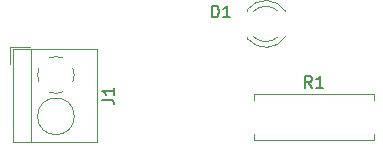
<source format=gbr>
%TF.GenerationSoftware,KiCad,Pcbnew,7.0.8*%
%TF.CreationDate,2024-01-27T00:41:23-03:00*%
%TF.ProjectId,Tarefa2,54617265-6661-4322-9e6b-696361645f70,rev?*%
%TF.SameCoordinates,Original*%
%TF.FileFunction,Legend,Top*%
%TF.FilePolarity,Positive*%
%FSLAX46Y46*%
G04 Gerber Fmt 4.6, Leading zero omitted, Abs format (unit mm)*
G04 Created by KiCad (PCBNEW 7.0.8) date 2024-01-27 00:41:23*
%MOMM*%
%LPD*%
G01*
G04 APERTURE LIST*
%ADD10C,0.150000*%
%ADD11C,0.120000*%
G04 APERTURE END LIST*
D10*
X92289333Y-64336819D02*
X91956000Y-63860628D01*
X91717905Y-64336819D02*
X91717905Y-63336819D01*
X91717905Y-63336819D02*
X92098857Y-63336819D01*
X92098857Y-63336819D02*
X92194095Y-63384438D01*
X92194095Y-63384438D02*
X92241714Y-63432057D01*
X92241714Y-63432057D02*
X92289333Y-63527295D01*
X92289333Y-63527295D02*
X92289333Y-63670152D01*
X92289333Y-63670152D02*
X92241714Y-63765390D01*
X92241714Y-63765390D02*
X92194095Y-63813009D01*
X92194095Y-63813009D02*
X92098857Y-63860628D01*
X92098857Y-63860628D02*
X91717905Y-63860628D01*
X93241714Y-64336819D02*
X92670286Y-64336819D01*
X92956000Y-64336819D02*
X92956000Y-63336819D01*
X92956000Y-63336819D02*
X92860762Y-63479676D01*
X92860762Y-63479676D02*
X92765524Y-63574914D01*
X92765524Y-63574914D02*
X92670286Y-63622533D01*
X74526819Y-65329333D02*
X75241104Y-65329333D01*
X75241104Y-65329333D02*
X75383961Y-65376952D01*
X75383961Y-65376952D02*
X75479200Y-65472190D01*
X75479200Y-65472190D02*
X75526819Y-65615047D01*
X75526819Y-65615047D02*
X75526819Y-65710285D01*
X75526819Y-64329333D02*
X75526819Y-64900761D01*
X75526819Y-64615047D02*
X74526819Y-64615047D01*
X74526819Y-64615047D02*
X74669676Y-64710285D01*
X74669676Y-64710285D02*
X74764914Y-64805523D01*
X74764914Y-64805523D02*
X74812533Y-64900761D01*
X83843905Y-58366819D02*
X83843905Y-57366819D01*
X83843905Y-57366819D02*
X84082000Y-57366819D01*
X84082000Y-57366819D02*
X84224857Y-57414438D01*
X84224857Y-57414438D02*
X84320095Y-57509676D01*
X84320095Y-57509676D02*
X84367714Y-57604914D01*
X84367714Y-57604914D02*
X84415333Y-57795390D01*
X84415333Y-57795390D02*
X84415333Y-57938247D01*
X84415333Y-57938247D02*
X84367714Y-58128723D01*
X84367714Y-58128723D02*
X84320095Y-58223961D01*
X84320095Y-58223961D02*
X84224857Y-58319200D01*
X84224857Y-58319200D02*
X84082000Y-58366819D01*
X84082000Y-58366819D02*
X83843905Y-58366819D01*
X85367714Y-58366819D02*
X84796286Y-58366819D01*
X85082000Y-58366819D02*
X85082000Y-57366819D01*
X85082000Y-57366819D02*
X84986762Y-57509676D01*
X84986762Y-57509676D02*
X84891524Y-57604914D01*
X84891524Y-57604914D02*
X84796286Y-57652533D01*
D11*
%TO.C,R1*%
X87386000Y-65362000D02*
X87386000Y-64882000D01*
X97526000Y-68722000D02*
X97526000Y-68242000D01*
X87386000Y-64882000D02*
X97526000Y-64882000D01*
X87386000Y-68242000D02*
X87386000Y-68722000D01*
X87386000Y-68722000D02*
X97526000Y-68722000D01*
X97526000Y-64882000D02*
X97526000Y-65362000D01*
%TO.C,J1*%
X74072000Y-61086000D02*
X74072000Y-68906000D01*
X74072000Y-68906000D02*
X66952000Y-68906000D01*
X68512000Y-61086000D02*
X68512000Y-68906000D01*
X68452000Y-60846000D02*
X66712000Y-60846000D01*
X74072000Y-61086000D02*
X66952000Y-61086000D01*
X66712000Y-60846000D02*
X66712000Y-62346000D01*
X66952000Y-61086000D02*
X66952000Y-68906000D01*
X70004000Y-64678000D02*
G75*
G03*
X71219742Y-64678109I607999J1432003D01*
G01*
X69057001Y-63246000D02*
G75*
G03*
X69180616Y-63853587I1554999J0D01*
G01*
X72044000Y-63854000D02*
G75*
G03*
X72044109Y-62638258I-1432000J608000D01*
G01*
X69180001Y-62638000D02*
G75*
G03*
X69056508Y-63273011I1431987J-607998D01*
G01*
X71220000Y-61814000D02*
G75*
G03*
X70004258Y-61813891I-608000J-1432000D01*
G01*
X72167000Y-66746000D02*
G75*
G03*
X72167000Y-66746000I-1555000J0D01*
G01*
%TO.C,D1*%
X86827000Y-57692000D02*
X86827000Y-57848000D01*
X86827000Y-60008000D02*
X86827000Y-60164000D01*
X89428129Y-57848164D02*
G75*
G03*
X87346040Y-57848001I-1041129J-1079836D01*
G01*
X86827001Y-60163515D02*
G75*
G03*
X90059334Y-60006608I1559999J1235515D01*
G01*
X87346040Y-60007999D02*
G75*
G03*
X89428129Y-60007836I1040960J1079999D01*
G01*
X90059334Y-57849392D02*
G75*
G03*
X86827001Y-57692485I-1672334J-1078608D01*
G01*
%TD*%
M02*

</source>
